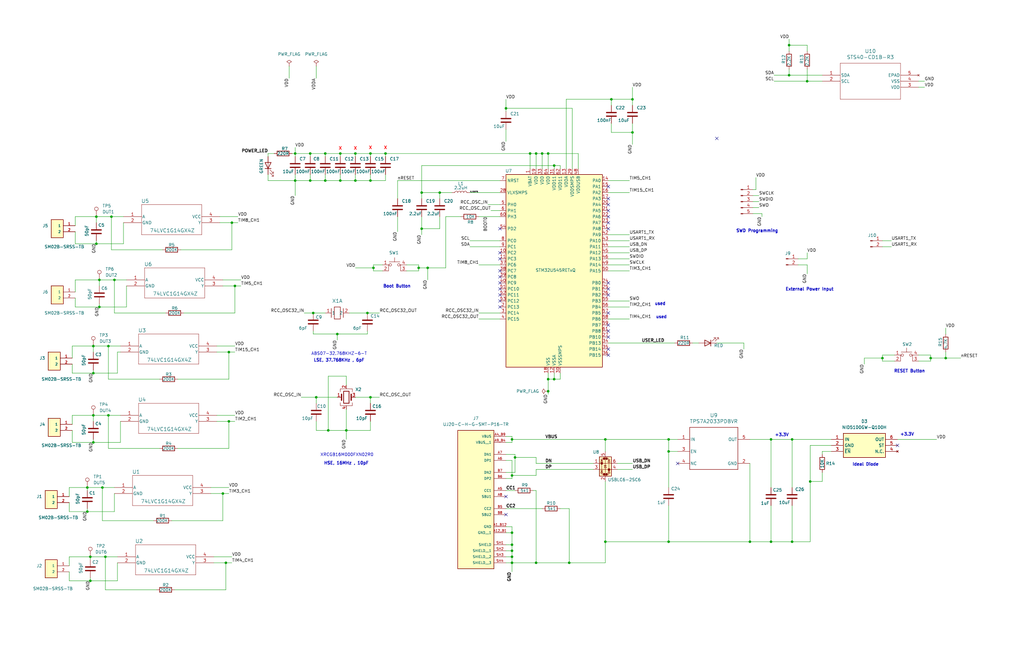
<source format=kicad_sch>
(kicad_sch (version 20231120) (generator "eeschema") (generator_version "8.0")
  (paper "B")
  (title_block (title "Measurement Board") (date "2025-04-12") (rev "V1") (company "Project Work @ Chair of Microsystems, TU Dresden") (comment 1 "This board is primarily used to measure six capacitance values & one Temperature IC") (comment 2 "Data is transfered to BLE board using USART3") (comment 3 "Optional : I2C, SPI, 2 Analog Input") (comment 4 "ADC Pins not Used"))
  (junction (at 96.52 148.59))
  (junction (at 143.51 76.2))
  (junction (at 281.94 190.5))
  (junction (at 281.94 185.42))
  (junction (at 138.43 181.61))
  (junction (at 255.27 185.42))
  (junction (at 124.46 64.77))
  (junction (at 156.21 76.2))
  (junction (at 226.06 237.49))
  (junction (at 332.74 19.05))
  (junction (at 213.36 45.72))
  (junction (at 124.46 76.2))
  (junction (at 156.21 64.77))
  (junction (at 41.91 129.54))
  (junction (at 44.45 234.95))
  (junction (at 215.9 234.95))
  (junction (at 97.79 93.98))
  (junction (at 45.72 175.26))
  (junction (at 96.52 177.8))
  (junction (at 281.94 228.6))
  (junction (at 217.17 193.04))
  (junction (at 162.56 64.77))
  (junction (at 45.72 146.05))
  (junction (at 325.12 185.42))
  (junction (at 215.9 229.87))
  (junction (at 93.98 208.28))
  (junction (at 40.64 91.44))
  (junction (at 177.8 81.28))
  (junction (at 231.14 165.1))
  (junction (at 316.23 228.6))
  (junction (at 398.78 151.13))
  (junction (at 233.68 160.02))
  (junction (at 332.74 31.75))
  (junction (at 223.52 64.77))
  (junction (at 99.06 120.65))
  (junction (at 325.12 228.6))
  (junction (at 132.08 132.08))
  (junction (at 334.01 228.6))
  (junction (at 266.7 41.91))
  (junction (at 39.37 175.26))
  (junction (at 340.36 34.29))
  (junction (at 36.83 205.74))
  (junction (at 38.1 234.95))
  (junction (at 215.9 224.79))
  (junction (at 46.99 91.44))
  (junction (at 215.9 237.49))
  (junction (at 341.63 203.2))
  (junction (at 130.81 76.2))
  (junction (at 48.26 118.11))
  (junction (at 266.7 55.88))
  (junction (at 215.9 200.66))
  (junction (at 180.34 113.03))
  (junction (at 39.37 186.69))
  (junction (at 228.6 64.77))
  (junction (at 215.9 185.42))
  (junction (at 130.81 64.77))
  (junction (at 39.37 146.05))
  (junction (at 240.03 237.49))
  (junction (at 133.35 167.64))
  (junction (at 146.05 181.61))
  (junction (at 41.91 118.11))
  (junction (at 176.53 113.03))
  (junction (at 36.83 215.9))
  (junction (at 257.81 41.91))
  (junction (at 38.1 245.11))
  (junction (at 156.21 167.64))
  (junction (at 372.11 151.13))
  (junction (at 334.01 185.42))
  (junction (at 157.48 113.03))
  (junction (at 95.25 237.49))
  (junction (at 137.16 64.77))
  (junction (at 40.64 102.87))
  (junction (at 185.42 81.28))
  (junction (at 154.94 132.08))
  (junction (at 143.51 64.77))
  (junction (at 39.37 157.48))
  (junction (at 392.43 151.13))
  (junction (at 215.9 232.41))
  (junction (at 233.68 69.85))
  (junction (at 149.86 64.77))
  (junction (at 142.24 140.97))
  (junction (at 137.16 76.2))
  (junction (at 231.14 160.02))
  (junction (at 149.86 76.2))
  (junction (at 255.27 228.6))
  (junction (at 231.14 64.77))
  (junction (at 226.06 64.77))
  (junction (at 177.8 96.52))
  (junction (at 43.18 205.74))
  (no_connect (at 213.36 217.17))
  (no_connect (at 210.82 129.54))
  (no_connect (at 256.54 147.32))
  (no_connect (at 256.54 78.74))
  (no_connect (at 256.54 139.7))
  (no_connect (at 285.75 195.58))
  (no_connect (at 210.82 96.52))
  (no_connect (at 302.26 58.42))
  (no_connect (at 210.82 116.84))
  (no_connect (at 256.54 132.08))
  (no_connect (at 256.54 121.92))
  (no_connect (at 256.54 96.52))
  (no_connect (at 256.54 88.9))
  (no_connect (at 210.82 124.46))
  (no_connect (at 256.54 142.24))
  (no_connect (at 256.54 86.36))
  (no_connect (at 256.54 83.82))
  (no_connect (at 210.82 119.38))
  (no_connect (at 213.36 209.55))
  (no_connect (at 210.82 114.3))
  (no_connect (at 210.82 109.22))
  (no_connect (at 256.54 137.16))
  (no_connect (at 256.54 119.38))
  (no_connect (at 256.54 93.98))
  (no_connect (at 256.54 91.44))
  (no_connect (at 378.46 187.96))
  (no_connect (at 256.54 149.86))
  (no_connect (at 210.82 106.68))
  (no_connect (at 256.54 124.46))
  (no_connect (at 210.82 121.92))
  (no_connect (at 210.82 127))
  (wire (pts (xy 332.74 29.21) (xy 332.74 31.75)))
  (wire (pts (xy 38.1 243.84) (xy 38.1 245.11)))
  (wire (pts (xy 281.94 190.5) (xy 281.94 185.42)))
  (wire (pts (xy 180.34 113.03) (xy 187.96 113.03)))
  (wire (pts (xy 213.36 184.15) (xy 215.9 184.15)))
  (wire (pts (xy 167.64 76.2) (xy 167.64 83.82)))
  (wire (pts (xy 256.54 114.3) (xy 265.43 114.3)))
  (wire (pts (xy 317.5 82.55) (xy 320.04 82.55)))
  (wire (pts (xy 256.54 106.68) (xy 265.43 106.68)))
  (wire (pts (xy 325.12 213.36) (xy 325.12 228.6)))
  (wire (pts (xy 231.14 160.02) (xy 233.68 160.02)))
  (wire (pts (xy 156.21 73.66) (xy 156.21 76.2)))
  (wire (pts (xy 215.9 232.41) (xy 215.9 234.95)))
  (wire (pts (xy 325.12 205.74) (xy 325.12 185.42)))
  (wire (pts (xy 215.9 200.66) (xy 215.9 201.93)))
  (wire (pts (xy 240.03 214.63) (xy 240.03 237.49)))
  (wire (pts (xy 233.68 160.02) (xy 233.68 157.48)))
  (wire (pts (xy 41.91 118.11) (xy 48.26 118.11)))
  (wire (pts (xy 317.5 90.17) (xy 321.31 90.17)))
  (wire (pts (xy 215.9 237.49) (xy 226.06 237.49)))
  (wire (pts (xy 96.52 177.8) (xy 99.06 177.8)))
  (wire (pts (xy 318.77 80.01) (xy 317.5 80.01)))
  (wire (pts (xy 257.81 44.45) (xy 257.81 41.91)))
  (wire (pts (xy 350.52 187.96) (xy 341.63 187.96)))
  (wire (pts (xy 213.36 194.31) (xy 215.9 194.31)))
  (wire (pts (xy 201.93 132.08) (xy 210.82 132.08)))
  (wire (pts (xy 29.21 234.95) (xy 29.21 238.76)))
  (wire (pts (xy 39.37 156.21) (xy 39.37 157.48)))
  (wire (pts (xy 39.37 177.8) (xy 39.37 175.26)))
  (wire (pts (xy 93.98 208.28) (xy 96.52 208.28)))
  (wire (pts (xy 215.9 237.49) (xy 213.36 237.49)))
  (wire (pts (xy 154.94 132.08) (xy 160.02 132.08)))
  (wire (pts (xy 133.35 27.94) (xy 133.35 33.02)))
  (wire (pts (xy 157.48 113.03) (xy 157.48 114.3)))
  (wire (pts (xy 130.81 76.2) (xy 137.16 76.2)))
  (wire (pts (xy 318.77 74.93) (xy 318.77 80.01)))
  (wire (pts (xy 97.79 234.95) (xy 90.17 234.95)))
  (wire (pts (xy 40.64 93.98) (xy 40.64 91.44)))
  (wire (pts (xy 341.63 203.2) (xy 346.71 203.2)))
  (wire (pts (xy 30.48 186.69) (xy 39.37 186.69)))
  (wire (pts (xy 95.25 237.49) (xy 90.17 237.49)))
  (wire (pts (xy 325.12 185.42) (xy 334.01 185.42)))
  (wire (pts (xy 29.21 212.09) (xy 29.21 215.9)))
  (wire (pts (xy 39.37 185.42) (xy 39.37 186.69)))
  (wire (pts (xy 95.25 248.92) (xy 95.25 237.49)))
  (wire (pts (xy 334.01 185.42) (xy 350.52 185.42)))
  (wire (pts (xy 281.94 213.36) (xy 281.94 228.6)))
  (wire (pts (xy 133.35 181.61) (xy 138.43 181.61)))
  (wire (pts (xy 255.27 190.5) (xy 255.27 185.42)))
  (wire (pts (xy 146.05 158.75) (xy 138.43 158.75)))
  (wire (pts (xy 149.86 64.77) (xy 149.86 66.04)))
  (wire (pts (xy 156.21 76.2) (xy 162.56 76.2)))
  (wire (pts (xy 52.07 102.87) (xy 52.07 93.98)))
  (wire (pts (xy 372.11 151.13) (xy 372.11 152.4)))
  (wire (pts (xy 149.86 113.03) (xy 157.48 113.03)))
  (wire (pts (xy 99.06 132.08) (xy 99.06 120.65)))
  (wire (pts (xy 316.23 195.58) (xy 316.23 228.6)))
  (wire (pts (xy 387.35 36.83) (xy 389.89 36.83)))
  (wire (pts (xy 133.35 167.64) (xy 133.35 170.18)))
  (wire (pts (xy 226.06 64.77) (xy 228.6 64.77)))
  (wire (pts (xy 46.99 91.44) (xy 46.99 105.41)))
  (wire (pts (xy 226.06 207.01) (xy 226.06 237.49)))
  (wire (pts (xy 334.01 228.6) (xy 341.63 228.6)))
  (wire (pts (xy 336.55 109.22) (xy 340.36 109.22)))
  (wire (pts (xy 99.06 120.65) (xy 101.6 120.65)))
  (wire (pts (xy 39.37 186.69) (xy 50.8 186.69)))
  (wire (pts (xy 30.48 175.26) (xy 39.37 175.26)))
  (wire (pts (xy 255.27 203.2) (xy 255.27 228.6)))
  (wire (pts (xy 177.8 81.28) (xy 185.42 81.28)))
  (wire (pts (xy 364.49 151.13) (xy 372.11 151.13)))
  (wire (pts (xy 215.9 237.49) (xy 215.9 241.3)))
  (wire (pts (xy 387.35 34.29) (xy 389.89 34.29)))
  (wire (pts (xy 43.18 205.74) (xy 48.26 205.74)))
  (wire (pts (xy 226.06 198.12) (xy 250.19 198.12)))
  (wire (pts (xy 113.03 73.66) (xy 113.03 76.2)))
  (wire (pts (xy 215.9 186.69) (xy 213.36 186.69)))
  (wire (pts (xy 180.34 118.11) (xy 180.34 113.03)))
  (wire (pts (xy 132.08 132.08) (xy 137.16 132.08)))
  (wire (pts (xy 121.92 27.94) (xy 121.92 33.02)))
  (wire (pts (xy 133.35 177.8) (xy 133.35 181.61)))
  (wire (pts (xy 30.48 179.07) (xy 30.48 175.26)))
  (wire (pts (xy 387.35 152.4) (xy 392.43 152.4)))
  (wire (pts (xy 185.42 81.28) (xy 190.5 81.28)))
  (wire (pts (xy 46.99 91.44) (xy 52.07 91.44)))
  (wire (pts (xy 260.35 195.58) (xy 266.7 195.58)))
  (wire (pts (xy 231.14 160.02) (xy 231.14 157.48)))
  (wire (pts (xy 398.78 151.13) (xy 405.13 151.13)))
  (wire (pts (xy 31.75 91.44) (xy 40.64 91.44)))
  (wire (pts (xy 53.34 129.54) (xy 53.34 120.65)))
  (wire (pts (xy 137.16 64.77) (xy 143.51 64.77)))
  (wire (pts (xy 392.43 149.86) (xy 392.43 151.13)))
  (wire (pts (xy 238.76 41.91) (xy 257.81 41.91)))
  (wire (pts (xy 124.46 64.77) (xy 130.81 64.77)))
  (wire (pts (xy 316.23 228.6) (xy 325.12 228.6)))
  (wire (pts (xy 93.98 219.71) (xy 93.98 208.28)))
  (wire (pts (xy 49.53 148.59) (xy 50.8 148.59)))
  (wire (pts (xy 97.79 93.98) (xy 100.33 93.98)))
  (wire (pts (xy 198.12 81.28) (xy 210.82 81.28)))
  (wire (pts (xy 340.36 29.21) (xy 340.36 34.29)))
  (wire (pts (xy 185.42 91.44) (xy 185.42 96.52)))
  (wire (pts (xy 341.63 187.96) (xy 341.63 203.2)))
  (wire (pts (xy 281.94 228.6) (xy 316.23 228.6)))
  (wire (pts (xy 149.86 167.64) (xy 156.21 167.64)))
  (wire (pts (xy 213.36 207.01) (xy 217.17 207.01)))
  (wire (pts (xy 45.72 175.26) (xy 45.72 189.23)))
  (wire (pts (xy 215.9 234.95) (xy 215.9 237.49)))
  (wire (pts (xy 255.27 185.42) (xy 215.9 185.42)))
  (wire (pts (xy 177.8 69.85) (xy 177.8 81.28)))
  (wire (pts (xy 372.11 149.86) (xy 372.11 151.13)))
  (wire (pts (xy 176.53 113.03) (xy 180.34 113.03)))
  (wire (pts (xy 124.46 76.2) (xy 130.81 76.2)))
  (wire (pts (xy 137.16 76.2) (xy 143.51 76.2)))
  (wire (pts (xy 99.06 175.26) (xy 91.44 175.26)))
  (wire (pts (xy 29.21 234.95) (xy 38.1 234.95)))
  (wire (pts (xy 187.96 91.44) (xy 187.96 113.03)))
  (wire (pts (xy 142.24 140.97) (xy 154.94 140.97)))
  (wire (pts (xy 41.91 129.54) (xy 53.34 129.54)))
  (wire (pts (xy 372.11 152.4) (xy 377.19 152.4)))
  (wire (pts (xy 213.36 45.72) (xy 213.36 46.99)))
  (wire (pts (xy 334.01 185.42) (xy 334.01 205.74)))
  (wire (pts (xy 113.03 64.77) (xy 113.03 66.04)))
  (wire (pts (xy 217.17 193.04) (xy 217.17 191.77)))
  (wire (pts (xy 147.32 132.08) (xy 154.94 132.08)))
  (wire (pts (xy 256.54 144.78) (xy 284.48 144.78)))
  (wire (pts (xy 124.46 62.23) (xy 124.46 64.77)))
  (wire (pts (xy 236.22 160.02) (xy 233.68 160.02)))
  (wire (pts (xy 321.31 90.17) (xy 321.31 91.44)))
  (wire (pts (xy 130.81 64.77) (xy 137.16 64.77)))
  (wire (pts (xy 149.86 76.2) (xy 156.21 76.2)))
  (wire (pts (xy 226.06 193.04) (xy 226.06 195.58)))
  (wire (pts (xy 143.51 76.2) (xy 149.86 76.2)))
  (wire (pts (xy 340.36 19.05) (xy 340.36 21.59)))
  (wire (pts (xy 132.08 139.7) (xy 132.08 140.97)))
  (wire (pts (xy 201.93 134.62) (xy 210.82 134.62)))
  (wire (pts (xy 241.3 45.72) (xy 241.3 71.12)))
  (wire (pts (xy 205.74 86.36) (xy 210.82 86.36)))
  (wire (pts (xy 231.14 64.77) (xy 243.84 64.77)))
  (wire (pts (xy 161.29 111.76) (xy 157.48 111.76)))
  (wire (pts (xy 256.54 99.06) (xy 265.43 99.06)))
  (wire (pts (xy 48.26 215.9) (xy 48.26 208.28)))
  (wire (pts (xy 215.9 222.25) (xy 215.9 224.79)))
  (wire (pts (xy 31.75 95.25) (xy 31.75 91.44)))
  (wire (pts (xy 154.94 139.7) (xy 154.94 140.97)))
  (wire (pts (xy 213.36 191.77) (xy 217.17 191.77)))
  (wire (pts (xy 31.75 102.87) (xy 40.64 102.87)))
  (wire (pts (xy 238.76 41.91) (xy 238.76 71.12)))
  (wire (pts (xy 226.06 200.66) (xy 226.06 198.12)))
  (wire (pts (xy 176.53 113.03) (xy 176.53 114.3)))
  (wire (pts (xy 100.33 91.44) (xy 92.71 91.44)))
  (wire (pts (xy 45.72 175.26) (xy 50.8 175.26)))
  (wire (pts (xy 99.06 120.65) (xy 93.98 120.65)))
  (wire (pts (xy 256.54 134.62) (xy 265.43 134.62)))
  (wire (pts (xy 256.54 127) (xy 265.43 127)))
  (wire (pts (xy 255.27 185.42) (xy 281.94 185.42)))
  (wire (pts (xy 231.14 165.1) (xy 231.14 160.02)))
  (wire (pts (xy 378.46 185.42) (xy 394.97 185.42)))
  (wire (pts (xy 38.1 236.22) (xy 38.1 234.95)))
  (wire (pts (xy 177.8 81.28) (xy 177.8 83.82)))
  (wire (pts (xy 226.06 64.77) (xy 226.06 71.12)))
  (wire (pts (xy 217.17 193.04) (xy 226.06 193.04)))
  (wire (pts (xy 256.54 81.28) (xy 265.43 81.28)))
  (wire (pts (xy 340.36 34.29) (xy 346.71 34.29)))
  (wire (pts (xy 45.72 146.05) (xy 50.8 146.05)))
  (wire (pts (xy 99.06 146.05) (xy 91.44 146.05)))
  (wire (pts (xy 256.54 76.2) (xy 265.43 76.2)))
  (wire (pts (xy 95.25 237.49) (xy 97.79 237.49)))
  (wire (pts (xy 31.75 129.54) (xy 41.91 129.54)))
  (wire (pts (xy 215.9 229.87) (xy 215.9 232.41)))
  (wire (pts (xy 74.93 189.23) (xy 96.52 189.23)))
  (wire (pts (xy 346.71 203.2) (xy 346.71 199.39)))
  (wire (pts (xy 146.05 162.56) (xy 146.05 158.75)))
  (wire (pts (xy 215.9 224.79) (xy 213.36 224.79)))
  (wire (pts (xy 156.21 167.64) (xy 160.02 167.64)))
  (wire (pts (xy 77.47 132.08) (xy 99.06 132.08)))
  (wire (pts (xy 41.91 128.27) (xy 41.91 129.54)))
  (wire (pts (xy 217.17 199.39) (xy 217.17 193.04)))
  (wire (pts (xy 233.68 71.12) (xy 233.68 69.85)))
  (wire (pts (xy 257.81 55.88) (xy 266.7 55.88)))
  (wire (pts (xy 326.39 31.75) (xy 332.74 31.75)))
  (wire (pts (xy 96.52 148.59) (xy 91.44 148.59)))
  (wire (pts (xy 266.7 55.88) (xy 266.7 52.07)))
  (wire (pts (xy 30.48 151.13) (xy 30.48 146.05)))
  (wire (pts (xy 332.74 21.59) (xy 332.74 19.05)))
  (wire (pts (xy 29.21 245.11) (xy 38.1 245.11)))
  (wire (pts (xy 198.12 104.14) (xy 210.82 104.14)))
  (wire (pts (xy 236.22 69.85) (xy 236.22 71.12)))
  (wire (pts (xy 146.05 172.72) (xy 146.05 181.61)))
  (wire (pts (xy 96.52 160.02) (xy 96.52 148.59)))
  (wire (pts (xy 36.83 205.74) (xy 36.83 207.01)))
  (wire (pts (xy 40.64 91.44) (xy 46.99 91.44)))
  (wire (pts (xy 138.43 158.75) (xy 138.43 181.61)))
  (wire (pts (xy 149.86 64.77) (xy 156.21 64.77)))
  (wire (pts (xy 142.24 143.51) (xy 142.24 140.97)))
  (wire (pts (xy 96.52 189.23) (xy 96.52 177.8)))
  (wire (pts (xy 336.55 111.76) (xy 340.36 111.76)))
  (wire (pts (xy 243.84 71.12) (xy 243.84 64.77)))
  (wire (pts (xy 350.52 190.5) (xy 346.71 190.5)))
  (wire (pts (xy 228.6 64.77) (xy 228.6 71.12)))
  (wire (pts (xy 256.54 104.14) (xy 265.43 104.14)))
  (wire (pts (xy 215.9 184.15) (xy 215.9 185.42)))
  (wire (pts (xy 29.21 241.3) (xy 29.21 245.11)))
  (wire (pts (xy 340.36 106.68) (xy 340.36 109.22)))
  (wire (pts (xy 171.45 111.76) (xy 176.53 111.76)))
  (wire (pts (xy 156.21 64.77) (xy 156.21 66.04)))
  (wire (pts (xy 157.48 111.76) (xy 157.48 113.03)))
  (wire (pts (xy 372.11 104.14) (xy 375.92 104.14)))
  (wire (pts (xy 256.54 129.54) (xy 265.43 129.54)))
  (wire (pts (xy 326.39 34.29) (xy 340.36 34.29)))
  (wire (pts (xy 130.81 73.66) (xy 130.81 76.2)))
  (wire (pts (xy 49.53 245.11) (xy 49.53 237.49)))
  (wire (pts (xy 133.35 167.64) (xy 142.24 167.64)))
  (wire (pts (xy 224.79 207.01) (xy 226.06 207.01)))
  (wire (pts (xy 260.35 198.12) (xy 266.7 198.12)))
  (wire (pts (xy 313.69 144.78) (xy 313.69 147.32)))
  (wire (pts (xy 156.21 167.64) (xy 156.21 170.18)))
  (wire (pts (xy 236.22 157.48) (xy 236.22 160.02)))
  (wire (pts (xy 332.74 31.75) (xy 346.71 31.75)))
  (wire (pts (xy 45.72 160.02) (xy 67.31 160.02)))
  (wire (pts (xy 93.98 208.28) (xy 88.9 208.28)))
  (wire (pts (xy 213.36 41.91) (xy 213.36 45.72)))
  (wire (pts (xy 213.36 214.63) (xy 228.6 214.63)))
  (wire (pts (xy 372.11 101.6) (xy 375.92 101.6)))
  (wire (pts (xy 266.7 55.88) (xy 266.7 60.96)))
  (wire (pts (xy 167.64 76.2) (xy 210.82 76.2)))
  (wire (pts (xy 201.93 91.44) (xy 210.82 91.44)))
  (wire (pts (xy 392.43 151.13) (xy 398.78 151.13)))
  (wire (pts (xy 156.21 64.77) (xy 162.56 64.77)))
  (wire (pts (xy 213.36 222.25) (xy 215.9 222.25)))
  (wire (pts (xy 256.54 111.76) (xy 265.43 111.76)))
  (wire (pts (xy 30.48 146.05) (xy 39.37 146.05)))
  (wire (pts (xy 43.18 205.74) (xy 43.18 219.71)))
  (wire (pts (xy 45.72 189.23) (xy 67.31 189.23)))
  (wire (pts (xy 387.35 149.86) (xy 392.43 149.86)))
  (wire (pts (xy 128.27 132.08) (xy 132.08 132.08)))
  (wire (pts (xy 96.52 205.74) (xy 88.9 205.74)))
  (wire (pts (xy 157.48 114.3) (xy 161.29 114.3)))
  (wire (pts (xy 346.71 190.5) (xy 346.71 191.77)))
  (wire (pts (xy 167.64 91.44) (xy 167.64 97.79)))
  (wire (pts (xy 162.56 73.66) (xy 162.56 76.2)))
  (wire (pts (xy 364.49 151.13) (xy 364.49 153.67)))
  (wire (pts (xy 257.81 41.91) (xy 266.7 41.91)))
  (wire (pts (xy 226.06 237.49) (xy 240.03 237.49)))
  (wire (pts (xy 41.91 120.65) (xy 41.91 118.11)))
  (wire (pts (xy 137.16 76.2) (xy 137.16 73.66)))
  (wire (pts (xy 281.94 205.74) (xy 281.94 190.5)))
  (wire (pts (xy 213.36 54.61) (xy 213.36 59.69)))
  (wire (pts (xy 44.45 234.95) (xy 44.45 248.92)))
  (wire (pts (xy 74.93 160.02) (xy 96.52 160.02)))
  (wire (pts (xy 317.5 85.09) (xy 320.04 85.09)))
  (wire (pts (xy 31.75 118.11) (xy 31.75 123.19)))
  (wire (pts (xy 30.48 153.67) (xy 30.48 157.48)))
  (wire (pts (xy 124.46 73.66) (xy 124.46 76.2)))
  (wire (pts (xy 40.64 101.6) (xy 40.64 102.87)))
  (wire (pts (xy 132.08 140.97) (xy 142.24 140.97)))
  (wire (pts (xy 198.12 101.6) (xy 210.82 101.6)))
  (wire (pts (xy 31.75 125.73) (xy 31.75 129.54)))
  (wire (pts (xy 30.48 157.48) (xy 39.37 157.48)))
  (wire (pts (xy 187.96 91.44) (xy 194.31 91.44)))
  (wire (pts (xy 294.64 144.78) (xy 292.1 144.78)))
  (wire (pts (xy 340.36 111.76) (xy 340.36 115.57)))
  (wire (pts (xy 50.8 186.69) (xy 50.8 177.8)))
  (wire (pts (xy 185.42 81.28) (xy 185.42 83.82)))
  (wire (pts (xy 228.6 64.77) (xy 231.14 64.77)))
  (wire (pts (xy 138.43 181.61) (xy 146.05 181.61)))
  (wire (pts (xy 143.51 64.77) (xy 149.86 64.77)))
  (wire (pts (xy 36.83 215.9) (xy 48.26 215.9)))
  (wire (pts (xy 124.46 64.77) (xy 124.46 66.04)))
  (wire (pts (xy 215.9 194.31) (xy 215.9 200.66)))
  (wire (pts (xy 127 167.64) (xy 133.35 167.64)))
  (wire (pts (xy 123.19 64.77) (xy 124.46 64.77)))
  (wire (pts (xy 231.14 166.37) (xy 231.14 165.1)))
  (wire (pts (xy 213.36 232.41) (xy 215.9 232.41)))
  (wire (pts (xy 256.54 101.6) (xy 265.43 101.6)))
  (wire (pts (xy 207.01 88.9) (xy 210.82 88.9)))
  (wire (pts (xy 176.53 111.76) (xy 176.53 113.03)))
  (wire (pts (xy 332.74 16.51) (xy 332.74 19.05)))
  (wire (pts (xy 156.21 181.61) (xy 146.05 181.61)))
  (wire (pts (xy 72.39 219.71) (xy 93.98 219.71)))
  (wire (pts (xy 281.94 185.42) (xy 285.75 185.42)))
  (wire (pts (xy 44.45 248.92) (xy 66.04 248.92)))
  (wire (pts (xy 143.51 64.77) (xy 143.51 66.04)))
  (wire (pts (xy 36.83 205.74) (xy 43.18 205.74)))
  (wire (pts (xy 215.9 185.42) (xy 215.9 186.69)))
  (wire (pts (xy 39.37 157.48) (xy 49.53 157.48)))
  (wire (pts (xy 325.12 228.6) (xy 334.01 228.6)))
  (wire (pts (xy 124.46 76.2) (xy 124.46 82.55)))
  (wire (pts (xy 316.23 185.42) (xy 325.12 185.42)))
  (wire (pts (xy 39.37 146.05) (xy 45.72 146.05)))
  (wire (pts (xy 177.8 69.85) (xy 233.68 69.85)))
  (wire (pts (xy 255.27 237.49) (xy 240.03 237.49)))
  (wire (pts (xy 48.26 118.11) (xy 48.26 132.08)))
  (wire (pts (xy 39.37 175.26) (xy 45.72 175.26)))
  (wire (pts (xy 39.37 148.59) (xy 39.37 146.05)))
  (wire (pts (xy 392.43 151.13) (xy 392.43 152.4)))
  (wire (pts (xy 377.19 149.86) (xy 372.11 149.86)))
  (wire (pts (xy 31.75 97.79) (xy 31.75 102.87)))
  (wire (pts (xy 398.78 148.59) (xy 398.78 151.13)))
  (wire (pts (xy 256.54 109.22) (xy 265.43 109.22)))
  (wire (pts (xy 137.16 64.77) (xy 137.16 66.04)))
  (wire (pts (xy 30.48 181.61) (xy 30.48 186.69)))
  (wire (pts (xy 255.27 228.6) (xy 255.27 237.49)))
  (wire (pts (xy 46.99 105.41) (xy 68.58 105.41)))
  (wire (pts (xy 177.8 96.52) (xy 185.42 96.52)))
  (wire (pts (xy 45.72 146.05) (xy 45.72 160.02)))
  (wire (pts (xy 44.45 234.95) (xy 49.53 234.95)))
  (wire (pts (xy 29.21 205.74) (xy 36.83 205.74)))
  (wire (pts (xy 317.5 87.63) (xy 320.04 87.63)))
  (wire (pts (xy 73.66 248.92) (xy 95.25 248.92)))
  (wire (pts (xy 213.36 45.72) (xy 241.3 45.72)))
  (wire (pts (xy 76.2 105.41) (xy 97.79 105.41)))
  (wire (pts (xy 313.69 144.78) (xy 302.26 144.78)))
  (wire (pts (xy 96.52 148.59) (xy 99.06 148.59)))
  (wire (pts (xy 48.26 118.11) (xy 53.34 118.11)))
  (wire (pts (xy 281.94 190.5) (xy 285.75 190.5)))
  (wire (pts (xy 36.83 214.63) (xy 36.83 215.9)))
  (wire (pts (xy 215.9 201.93) (xy 213.36 201.93)))
  (wire (pts (xy 149.86 73.66) (xy 149.86 76.2)))
  (wire (pts (xy 226.06 64.77) (xy 223.52 64.77)))
  (wire (pts (xy 29.21 215.9) (xy 36.83 215.9)))
  (wire (pts (xy 213.36 229.87) (xy 215.9 229.87)))
  (wire (pts (xy 231.14 71.12) (xy 231.14 64.77)))
  (wire (pts (xy 48.26 132.08) (xy 69.85 132.08)))
  (wire (pts (xy 177.8 91.44) (xy 177.8 96.52)))
  (wire (pts (xy 213.36 199.39) (xy 217.17 199.39)))
  (wire (pts (xy 162.56 64.77) (xy 223.52 64.77)))
  (wire (pts (xy 162.56 64.77) (xy 162.56 66.04)))
  (wire (pts (xy 40.64 102.87) (xy 52.07 102.87)))
  (wire (pts (xy 226.06 195.58) (xy 250.19 195.58)))
  (wire (pts (xy 101.6 118.11) (xy 93.98 118.11)))
  (wire (pts (xy 177.8 96.52) (xy 177.8 99.06)))
  (wire (pts (xy 236.22 69.85) (xy 233.68 69.85)))
  (wire (pts (xy 29.21 205.74) (xy 29.21 209.55)))
  (wire (pts (xy 49.53 157.48) (xy 49.53 148.59)))
  (wire (pts (xy 201.93 111.76) (xy 210.82 111.76)))
  (wire (pts (xy 31.75 118.11) (xy 41.91 118.11)))
  (wire (pts (xy 176.53 114.3) (xy 171.45 114.3)))
  (wire (pts (xy 266.7 36.83) (xy 266.7 41.91)))
  (wire (pts (xy 97.79 105.41) (xy 97.79 93.98)))
  (wire (pts (xy 113.03 76.2) (xy 124.46 76.2)))
  (wire (pts (xy 215.9 200.66) (xy 226.06 200.66)))
  (wire (pts (xy 257.81 52.07) (xy 257.81 55.88)))
  (wire (pts (xy 113.03 64.77) (xy 115.57 64.77)))
  (wire (pts (xy 143.51 73.66) (xy 143.51 76.2)))
  (wire (pts (xy 334.01 213.36) (xy 334.01 228.6)))
  (wire (pts (xy 38.1 234.95) (xy 44.45 234.95)))
  (wire (pts (xy 266.7 41.91) (xy 266.7 44.45)))
  (wire (pts (xy 236.22 214.63) (xy 240.03 214.63)))
  (wire (pts (xy 341.63 203.2) (xy 341.63 228.6)))
  (wire (pts (xy 215.9 224.79) (xy 215.9 229.87)))
  (wire (pts (xy 130.81 66.04) (xy 130.81 64.77)))
  (wire (pts (xy 213.36 234.95) (xy 215.9 234.95)))
  (wire (pts (xy 332.74 19.05) (xy 340.36 19.05)))
  (wire (pts (xy 146.05 181.61) (xy 146.05 185.42)))
  (wire (pts (xy 38.1 245.11) (xy 49.53 245.11)))
  (wire (pts (xy 255.27 228.6) (xy 281.94 228.6)))
  (wire (pts (xy 97.79 93.98) (xy 92.71 93.98)))
  (wire (pts (xy 223.52 64.77) (xy 223.52 71.12)))
  (wire (pts (xy 398.78 138.43) (xy 398.78 140.97)))
  (wire (pts (xy 156.21 177.8) (xy 156.21 181.61)))
  (wire (pts (xy 43.18 219.71) (xy 64.77 219.71)))
  (wire (pts (xy 96.52 177.8) (xy 91.44 177.8)))
  (text "X" (at 162.56 62.484 0) (effects (font (size 1.27 1.27) (thickness 0.254) (bold yes))))
  (text "X" (at 156.21 62.484 0) (effects (font (size 1.27 1.27) (thickness 0.254) (bold yes))))
  (text "HSE, 16MHz , 10pF\n\n" (at 146.05 196.596 0) (effects (font (size 1.27 1.27) (thickness 0.254) (bold yes))))
  (text "External Power Input\n" (at 341.376 122.174 0) (effects (font (size 1.27 1.27) (thickness 0.254) (bold yes))))
  (text "used" (at 278.384 128.27 0) (effects (font (size 1.27 1.27) (thickness 0.254) (bold yes))))
  (text "SWD Programming\n" (at 319.278 97.536 0) (effects (font (size 1.27 1.27) (thickness 0.254) (bold yes))))
  (text "+3.3V\n" (at 329.692 183.642 0) (effects (font (size 1.27 1.27) (thickness 0.254) (bold yes))))
  (text "used" (at 278.892 133.858 0) (effects (font (size 1.27 1.27) (thickness 0.254) (bold yes))))
  (text "X" (at 149.86 62.738 0) (effects (font (size 1.27 1.27) (thickness 0.254) (bold yes))))
  (text "Ideal Diode\n" (at 364.998 196.088 0) (effects (font (size 1.27 1.27) (thickness 0.254) (bold yes))))
  (text "+3.3V\n" (at 382.524 183.388 0) (effects (font (size 1.27 1.27) (thickness 0.254) (bold yes))))
  (text "LSE, 37.768KHz , 6pF\n\n" (at 143.002 153.162 0) (effects (font (size 1.27 1.27) (thickness 0.254) (bold yes))))
  (text "X" (at 143.51 62.738 0) (effects (font (size 1.27 1.27) (thickness 0.254) (bold yes))))
  (text "XRCGB16M000FXN02R0" (at 146.304 192.024 0) (effects (font (size 1.27 1.27))))
  (text "Boot Button" (at 167.386 120.904 0) (effects (font (size 1.27 1.27) (thickness 0.254) (bold yes))))
  (text "RESET Button" (at 383.54 156.718 0) (effects (font (size 1.27 1.27) (thickness 0.254) (bold yes))))
  (text "ABS07-32.768KHZ-6-T" (at 143.002 149.352 0) (effects (font (size 1.27 1.27))))
  (label "GND" (at 40.64 102.87 270))
  (label "RCC_OSC_IN" (at 205.74 86.36 180))
  (label "RCC_OSC32_OUT" (at 160.02 132.08 0))
  (label "SWDIO" (at 320.04 85.09 0))
  (label "TIM8_CH1" (at 100.33 93.98 0))
  (label "TIM4_CH1" (at 97.79 237.49 0))
  (label "GND" (at 146.05 185.42 270))
  (label "USER_LED" (at 270.51 144.78 0) (effects (font (thickness 0.254) (bold yes))))
  (label "GND" (at 180.34 118.11 270))
  (label "GND" (at 39.37 157.48 270))
  (label "VDDA" (at 133.35 33.02 270))
  (label "SCL" (at 326.39 34.29 180))
  (label "RCC_OSC_IN" (at 127 167.64 180))
  (label "SWO" (at 320.04 87.63 0))
  (label "TIM3_CH1" (at 96.52 208.28 0))
  (label "TIM2_CH1" (at 99.06 177.8 0))
  (label "SWCLK" (at 265.43 111.76 0))
  (label "TIM8_CH1" (at 201.93 111.76 180))
  (label "GND" (at 36.83 215.9 270))
  (label "GND" (at 142.24 143.51 270))
  (label "GND" (at 39.37 186.69 270))
  (label "VDD" (at 266.7 36.83 0))
  (label "VDD" (at 101.6 118.11 0))
  (label "DN" (at 229.87 195.58 0) (effects (font (thickness 0.254) (bold yes))))
  (label "GND" (at 124.46 82.55 270))
  (label "VDD" (at 100.33 91.44 0))
  (label "TIM5_CH1" (at 265.43 76.2 0))
  (label "CC1" (at 213.36 207.01 0) (effects (font (thickness 0.254) (bold yes))))
  (label "USART1_TX" (at 375.92 101.6 0))
  (label "SCL" (at 198.12 101.6 180))
  (label "GND" (at 177.8 99.06 270))
  (label "TIM5_CH1" (at 101.6 120.65 0))
  (label "RCC_OSC32_OUT" (at 201.93 134.62 180))
  (label "GND" (at 38.1 245.11 270))
  (label "GND" (at 340.36 115.57 270))
  (label "VDD" (at 97.79 234.95 0))
  (label "VDD" (at 398.78 138.43 0))
  (label "TIM2_CH1" (at 265.43 129.54 0))
  (label "USB_DP" (at 265.43 106.68 0))
  (label "USB_DP" (at 266.7 198.12 0) (effects (font (thickness 0.254) (bold yes))))
  (label "GND" (at 313.69 147.32 270))
  (label "VDD" (at 389.89 36.83 0))
  (label "USART1_RX" (at 265.43 101.6 0))
  (label "GND" (at 213.36 59.69 270))
  (label "nRESET" (at 167.64 76.2 0))
  (label "BOOT0" (at 205.74 91.44 270))
  (label "RCC_OSC_OUT" (at 207.01 88.9 180))
  (label "VDD" (at 213.36 41.91 0))
  (label "VDD" (at 96.52 205.74 0))
  (label "GND" (at 364.49 153.67 270))
  (label "GND" (at 41.91 129.54 270))
  (label "SDA" (at 198.12 104.14 180))
  (label "USB_DN" (at 266.7 195.58 0) (effects (font (thickness 0.254) (bold yes))))
  (label "SWO" (at 265.43 127 0))
  (label "RCC_OSC32_IN" (at 201.93 132.08 180))
  (label "GND" (at 167.64 97.79 270))
  (label "VDD" (at 394.97 185.42 0))
  (label "DP" (at 229.87 198.12 0) (effects (font (thickness 0.254) (bold yes))))
  (label "SWDIO" (at 265.43 109.22 0))
  (label "TIM3_CH1" (at 265.43 114.3 0))
  (label "CC2" (at 213.36 214.63 0) (effects (font (thickness 0.254) (bold yes))))
  (label "VDD" (at 340.36 106.68 0))
  (label "RCC_OSC32_IN" (at 128.27 132.08 180))
  (label "VDD" (at 149.86 113.03 180))
  (label "VDD" (at 99.06 175.26 0))
  (label "GND" (at 215.9 241.3 270) (effects (font (thickness 0.254) (bold yes))))
  (label "VDD" (at 121.92 33.02 270))
  (label "USART1_RX" (at 375.92 104.14 0))
  (label "nRESET" (at 405.13 151.13 0))
  (label "TIM15_CH1" (at 99.06 148.59 0))
  (label "GND" (at 321.31 91.44 270))
  (label "RCC_OSC_OUT" (at 160.02 167.64 0))
  (label "TIM4_CH1" (at 265.43 134.62 0))
  (label "VDD" (at 99.06 146.05 0))
  (label "GND" (at 389.89 34.29 0))
  (label "VDD" (at 318.77 74.93 0))
  (label "GND" (at 231.14 166.37 270))
  (label "TIM15_CH1" (at 265.43 81.28 0))
  (label "SWCLK" (at 320.04 82.55 0))
  (label "VLXSMPS" (at 198.12 81.28 0) (effects (font (size 0.508 0.508))))
  (label "POWER_LED" (at 113.03 64.77 180) (effects (font (thickness 0.254) (bold yes))))
  (label "USB_DN" (at 265.43 104.14 0))
  (label "VDD" (at 332.74 16.51 180))
  (label "VDD" (at 124.46 62.23 0))
  (label "GND" (at 266.7 60.96 270))
  (label "VBUS" (at 229.87 185.42 0) (effects (font (thickness 0.254) (bold yes))))
  (label "USART1_TX" (at 265.43 99.06 0))
  (label "SDA" (at 326.39 31.75 180))
  (symbol (lib_id "Device:R") (at 68.58 219.71 90) (unit 1)
    (property "Reference" "R1" (at 68.58 217.678 90))
    (property "Value" "200K" (at 68.326 219.71 90))
    (property "Footprint" "Resistor_SMD:R_0603_1608Metric" (effects (hide yes)))
    (property "Description" "Resistor" (effects (hide yes)))
  )
  (symbol (lib_id "Device:R") (at 288.29 144.78 270) (unit 1)
    (property "Reference" "R11" (at 286.766 142.494 90) (effects (justify left)))
    (property "Value" "220R" (at 285.75 144.78 90) (effects (justify left)))
    (property "Footprint" "Resistor_SMD:R_0603_1608Metric" (effects (hide yes)))
    (property "Description" "Resistor" (effects (hide yes)))
  )
  (symbol (lib_id "Device:R") (at 119.38 64.77 90) (unit 1)
    (property "Reference" "R7" (at 121.412 62.738 90) (effects (justify left)))
    (property "Value" "220R" (at 121.92 64.77 90) (effects (justify left)))
    (property "Footprint" "Resistor_SMD:R_0603_1608Metric" (effects (hide yes)))
    (property "Description" "Resistor" (effects (hide yes)))
  )
  (symbol (lib_id "Device:C") (at 137.16 69.85 0) (unit 1)
    (property "Reference" "C11" (at 138.938 67.056 0) (effects (justify left)))
    (property "Value" "100nF" (at 131.064 72.39 0) (effects (justify left)))
    (property "Footprint" "Capacitor_SMD:C_0603_1608Metric" (effects (hide yes)))
    (property "Description" "Unpolarized capacitor" (effects (hide yes)))
  )
  (symbol (lib_id "Power_Protection:USBLC6-2SC6") (at 255.27 195.58 0) (unit 1)
    (property "Reference" "U8" (at 249.936 190.754 0) (effects (justify left)))
    (property "Value" "USBLC6-2SC6" (at 256.286 202.438 0) (effects (justify left)))
    (property "Footprint" "Package_TO_SOT_SMD:SOT-23-6" (effects (hide yes)))
    (property "Datasheet" "https://www.st.com/resource/en/datasheet/usblc6-2.pdf" (effects (hide yes)))
    (property "Description" "Very low capacitance ESD protection diode, 2 data-line, SOT-23-6" (effects (hide yes)))
  )
  (symbol (lib_id "Connector:Conn_01x02_Pin") (at 367.03 101.6 0) (unit 1)
    (property "Reference" "J10" (at 367.792 99.314 0))
    (property "Value" "Conn_01x02_Pin" (effects (hide yes)))
    (property "Footprint" "Connector_PinHeader_2.54mm:PinHeader_1x02_P2.54mm_Vertical" (effects (hide yes)))
    (property "Description" "Generic connector, single row, 01x02, script generated" (effects (hide yes)))
  )
  (symbol (lib_id "Device:R") (at 346.71 195.58 0) (unit 1)
    (property "Reference" "R14" (at 348.234 195.58 0) (effects (justify left)))
    (property "Value" "10K" (at 346.71 197.612 90) (effects (justify left)))
    (property "Footprint" "Resistor_SMD:R_0603_1608Metric" (effects (hide yes)))
    (property "Description" "Resistor" (effects (hide yes)))
  )
  (symbol (lib_id "Connector:TestPoint") (at 39.37 175.26 0) (unit 1)
    (property "Reference" "TP4" (at 41.91 170.6879 0) (effects (justify left)))
    (property "Value" "DUT4" (at 41.91 173.2279 0) (effects (justify left)))
    (property "Footprint" "TestPoint:TestPoint_Pad_1.0x1.0mm" (effects (hide yes)))
    (property "Description" "test point" (effects (hide yes)))
  )
  (symbol (lib_id "Device:R") (at 71.12 189.23 90) (unit 1)
    (property "Reference" "R4" (at 71.12 187.198 90))
    (property "Value" "200K" (at 71.12 189.23 90))
    (property "Footprint" "Resistor_SMD:R_0603_1608Metric" (effects (hide yes)))
    (property "Description" "Resistor" (effects (hide yes)))
  )
  (symbol (lib_id "power:PWR_FLAG") (at 133.35 27.94 0) (unit 1)
    (property "Reference" "#FLG02" (effects (hide yes)))
    (property "Value" "PWR_FLAG" (at 133.35 22.86 0))
    (property "Description" "Special symbol for telling ERC where power comes from" (effects (hide yes)))
  )
  (symbol (lib_id "Project_Work:74LVC1G14GX4Z") (at 52.07 91.44 0) (unit 1)
    (property "Reference" "U5" (at 61.214 84.836 0) (effects (font (size 1.524 1.524))))
    (property "Value" "74LVC1G14GX4Z" (at 72.644 97.282 0) (effects (font (size 1.524 1.524))))
    (property "Footprint" "Project_Work:X2SON4XP6XP6_NEX" (effects (hide yes)))
    (property "Datasheet" "74LVC1G14GX4Z" (effects (hide yes)))
  )
  (symbol (lib_id "Device:C") (at 124.46 69.85 0) (unit 1)
    (property "Reference" "C7" (at 126.238 67.056 0) (effects (justify left)))
    (property "Value" "10uF" (at 119.126 72.39 0) (effects (justify left)))
    (property "Footprint" "Capacitor_SMD:C_0603_1608Metric" (effects (hide yes)))
    (property "Description" "Unpolarized capacitor" (effects (hide yes)))
  )
  (symbol (lib_id "Device:R") (at 220.98 207.01 90) (unit 1)
    (property "Reference" "R9" (at 221.234 204.724 90))
    (property "Value" "5k1" (at 221.234 207.01 90))
    (property "Footprint" "Resistor_SMD:R_0603_1608Metric" (effects (hide yes)))
    (property "Description" "Resistor" (effects (hide yes)))
  )
  (symbol (lib_id "Device:C") (at 41.91 124.46 0) (unit 1)
    (property "Reference" "C6" (at 42.672 121.666 0) (effects (justify left)))
    (property "Value" "50pF" (at 37.846 126.492 90) (effects (justify left)))
    (property "Footprint" "Capacitor_SMD:C_0603_1608Metric" (effects (hide yes)))
    (property "Description" "Unpolarized capacitor" (effects (hide yes)))
  )
  (symbol (lib_id "Device:R") (at 73.66 132.08 90) (unit 1)
    (property "Reference" "R6" (at 73.66 130.048 90))
    (property "Value" "200K" (at 73.66 132.08 90))
    (property "Footprint" "Resistor_SMD:R_0603_1608Metric" (effects (hide yes)))
    (property "Description" "Resistor" (effects (hide yes)))
  )
  (symbol (lib_id "Device:C") (at 156.21 69.85 0) (unit 1)
    (property "Reference" "C15" (at 157.988 67.056 0) (effects (justify left)))
    (property "Value" "100nF" (at 150.114 72.39 0) (effects (justify left)))
    (property "Footprint" "Capacitor_SMD:C_0603_1608Metric" (effects (hide yes)))
    (property "Description" "Unpolarized capacitor" (effects (hide yes)))
  )
  (symbol (lib_id "Device:R") (at 198.12 91.44 90) (unit 1)
    (property "Reference" "R8" (at 198.374 93.726 90))
    (property "Value" "10K" (at 198.374 91.44 90))
    (property "Footprint" "Resistor_SMD:R_0603_1608Metric" (effects (hide yes)))
    (property "Description" "Resistor" (effects (hide yes)))
  )
  (symbol (lib_id "Connector:TestPoint") (at 41.91 118.11 0) (unit 1)
    (property "Reference" "TP6" (at 44.45 113.5379 0) (effects (justify left)))
    (property "Value" "DUT2" (at 44.45 116.0779 0) (effects (justify left)))
    (property "Footprint" "TestPoint:TestPoint_Pad_1.0x1.0mm" (effects (hide yes)))
    (property "Description" "test point" (effects (hide yes)))
  )
  (symbol (lib_id "Connector:TestPoint") (at 38.1 234.95 0) (unit 1)
    (property "Reference" "TP2" (at 40.64 230.3779 0) (effects (justify left)))
    (property "Value" "DUT6" (at 40.132 232.918 0) (effects (justify left)))
    (property "Footprint" "TestPoint:TestPoint_Pad_1.0x1.0mm" (effects (hide yes)))
    (property "Description" "test point" (effects (hide yes)))
  )
  (symbol (lib_id "Connector:TestPoint") (at 39.37 146.05 0) (unit 1)
    (property "Reference" "TP3" (at 41.91 141.4779 0) (effects (justify left)))
    (property "Value" "DUT3" (at 41.91 144.0179 0) (effects (justify left)))
    (property "Footprint" "TestPoint:TestPoint_Pad_1.0x1.0mm" (effects (hide yes)))
    (property "Description" "test point" (effects (hide yes)))
  )
  (symbol (lib_id "Connector:Conn_01x02_Pin") (at 331.47 109.22 0) (unit 1)
    (property "Reference" "J9" (at 332.232 106.934 0))
    (property "Value" "Conn_01x02_Pin" (effects (hide yes)))
    (property "Footprint" "Connector_PinHeader_2.54mm:PinHeader_1x02_P2.54mm_Vertical" (effects (hide yes)))
    (property "Description" "Generic connector, single row, 01x02, script generated" (effects (hide yes)))
  )
  (symbol (lib_id "Switch:SW_MEC_5E") (at 166.37 114.3 0) (unit 1)
    (property "Reference" "SW1" (at 166.116 106.68 0))
    (property "Value" "SW_MEC_5E" (effects (hide yes)))
    (property "Footprint" "Project_Work:SW4_PTS815 SJM 250 SMTR LFS_CNK" (effects (hide yes)))
    (property "Datasheet" "http://www.apem.com/int/index.php?controller=attachment&id_attachment=1371" (effects (hide yes)))
    (property "Description" "MEC 5E single pole normally-open tactile switch" (effects (hide yes)))
  )
  (symbol (lib_id "Device:R") (at 69.85 248.92 90) (unit 1)
    (property "Reference" "R2" (at 69.85 246.888 90))
    (property "Value" "200K" (at 69.85 248.92 90))
    (property "Footprint" "Resistor_SMD:R_0603_1608Metric" (effects (hide yes)))
    (property "Description" "Resistor" (effects (hide yes)))
  )
  (symbol (lib_id "Device:C") (at 154.94 135.89 0) (unit 1)
    (property "Reference" "C14" (at 156.21 133.35 0) (effects (justify left)))
    (property "Value" "6pF" (at 148.844 138.43 0) (effects (justify left)))
    (property "Footprint" "Capacitor_SMD:C_0603_1608Metric" (effects (hide yes)))
    (property "Description" "Unpolarized capacitor" (effects (hide yes)))
  )
  (symbol (lib_id "Device:L") (at 194.31 81.28 90) (unit 1)
    (property "Reference" "L1" (at 194.31 77.47 90))
    (property "Value" "2.2uH" (at 194.31 79.248 90))
    (property "Footprint" "Inductor_SMD:L_0603_1608Metric" (effects (hide yes)))
    (property "Description" "Inductor" (effects (hide yes)))
  )
  (symbol (lib_id "Project_Work:NID5100GW-Q100H") (at 350.52 185.42 0) (unit 1)
    (property "Reference" "D3" (at 364.49 177.8 0))
    (property "Value" "NID5100GW-Q100H" (at 364.49 180.34 0))
    (property "Footprint" "Project_Work:SOT65P210X110-6N" (effects (hide yes)))
    (property "Datasheet" "https://assets.nexperia.com/documents/data-sheet/NID5100_Q100.pdf" (effects (hide yes)))
    (property "Description" "1.2 V to 5.5 V, 1.5 A input polarity protected, low quiescent current ideal			diode" (effects (hide yes)))
    (property "Height" "1.1" (effects (hide yes)))
    (property "Manufacturer_Name" "Nexperia" (effects (hide yes)))
    (property "Manufacturer_Part_Number" "NID5100GW-Q100H" (effects (hide yes)))
    (property "Mouser Part Number" "771-NID5100GW-Q100H" (effects (hide yes)))
    (property "Mouser Price/Stock" "https://www.mouser.co.uk/ProductDetail/Nexperia/NID5100GW-Q100H?qs=IKkN%2F947nfCjMoJypPGNHg%3D%3D" (effects (hide yes)))
  )
  (symbol (lib_id "Device:C") (at 162.56 69.85 0) (unit 1)
    (property "Reference" "C17" (at 164.338 67.056 0) (effects (justify left)))
    (property "Value" "100nF" (at 156.464 72.39 0) (effects (justify left)))
    (property "Footprint" "Capacitor_SMD:C_0603_1608Metric" (effects (hide yes)))
    (property "Description" "Unpolarized capacitor" (effects (hide yes)))
  )
  (symbol (lib_id "Device:R") (at 332.74 25.4 0) (unit 1)
    (property "Reference" "R12" (at 330.454 26.924 90) (effects (justify left)))
    (property "Value" "2.2K" (at 332.74 27.94 90) (effects (justify left)))
    (property "Footprint" "Resistor_SMD:R_0603_1608Metric" (effects (hide yes)))
    (property "Description" "Resistor" (effects (hide yes)))
  )
  (symbol (lib_id "Connector:TestPoint") (at 36.83 205.74 0) (unit 1)
    (property "Reference" "TP1" (at 39.37 201.1679 0) (effects (justify left)))
    (property "Value" "DUT5" (at 39.37 203.7079 0) (effects (justify left)))
    (property "Footprint" "TestPoint:TestPoint_Pad_1.0x1.0mm" (effects (hide yes)))
    (property "Description" "test point" (effects (hide yes)))
  )
  (symbol (lib_id "Device:C") (at 177.8 87.63 0) (unit 1)
    (property "Reference" "C19" (at 179.578 84.836 0) (effects (justify left)))
    (property "Value" "2.2uF" (at 172.466 90.17 0) (effects (justify left)))
    (property "Footprint" "Capacitor_SMD:C_0603_1608Metric" (effects (hide yes)))
    (property "Description" "Unpolarized capacitor" (effects (hide yes)))
  )
  (symbol (lib_id "Project_Work:SM02B-SRSS-TB_LF__SN_") (at 30.48 184.15 0) (mirror y) (unit 1)
    (property "Reference" "J4" (at 19.05 179.0699 0) (effects (justify left)))
    (property "Value" "SM02B-SRSS-TB" (at 34.29 187.96 0) (effects (justify left)))
    (property "Footprint" "Project_Work:SM02B-SRSS-TB" (effects (hide yes)))
    (property "Description" "SH Series 2 Position 1 mm Pitch Surface Mount Side Entry Shrouded Header" (effects (hide yes)))
    (property "MF" "JST Sales" (effects (hide yes)))
    (property "PACKAGE" "None" (effects (hide yes)))
    (property "PRICE" "0.23 USD" (effects (hide yes)))
    (property "Package" "None" (effects (hide yes)))
    (property "Check_prices" "https://www.snapeda.com/parts/SM02B-SRSS-TB(LF)(SN)/JST/view-part/?ref=eda" (effects (hide yes)))
    (property "Price" "None" (effects (hide yes)))
    (property "SnapEDA_Link" "https://www.snapeda.com/parts/SM02B-SRSS-TB(LF)(SN)/JST/view-part/?ref=snap" (effects (hide yes)))
    (property "MP" "SM02B-SRSS-TB(LF)(SN)" (effects (hide yes)))
    (property "Availability" "In Stock" (effects (hide yes)))
    (property "AVAILABILITY" "Good" (effects (hide yes)))
    (property "Description_1" "\n                        \n                            Connector Header Surface Mount, Right Angle 2 position 0.039 (1.00mm)\n                        \n" (effects (hide yes)))
  )
  (symbol (lib_id "Project_Work:SM02B-SRSS-TB_LF__SN_") (at 31.75 128.27 0) (mirror y) (unit 1)
    (property "Reference" "J6" (at 20.32 123.1899 0) (effects (justify left)))
    (property "Value" "SM02B-SRSS-TB" (at 35.56 132.08 0) (effects (justify left)))
    (property "Footprint" "Project_Work:SM02B-SRSS-TB" (effects (hide yes)))
    (property "Description" "SH Series 2 Position 1 mm Pitch Surface Mount Side Entry Shrouded Header" (effects (hide yes)))
    (property "MF" "JST Sales" (effects (hide yes)))
    (property "PACKAGE" "None" (effects (hide yes)))
    (property "PRICE" "0.23 USD" (effects (hide yes)))
    (property "Package" "None" (effects (hide yes)))
    (property "Check_prices" "https://www.snapeda.com/parts/SM02B-SRSS-TB(LF)(SN)/JST/view-part/?ref=eda" (effects (hide yes)))
    (property "Price" "None" (effects (hide yes)))
    (property "SnapEDA_Link" "https://www.snapeda.com/parts/SM02B-SRSS-TB(LF)(SN)/JST/view-part/?ref=snap" (effects (hide yes)))
    (property "MP" "SM02B-SRSS-TB(LF)(SN)" (effects (hide yes)))
    (property "Availability" "In Stock" (effects (hide yes)))
    (property "AVAILABILITY" "Good" (effects (hide yes)))
    (property "Description_1" "\n                        \n                            Connector Header Surface Mount, Right Angle 2 position 0.039 (1.00mm)\n                        \n" (effects (hide yes)))
  )
  (symbol (lib_id "Project_Work:74LVC1G14GX4Z") (at 53.34 118.11 0) (unit 1)
    (property "Reference" "U6" (at 62.484 111.506 0) (effects (font (size 1.524 1.524))))
    (property "Value" "74LVC1G14GX4Z" (at 73.914 123.952 0) (effects (font (size 1.524 1.524))))
    (property "Footprint" "Project_Work:X2SON4XP6XP6_NEX" (effects (hide yes)))
    (property "Datasheet" "74LVC1G14GX4Z" (effects (hide yes)))
  )
  (symbol (lib_id "Device:Crystal_GND24") (at 146.05 167.64 0) (unit 1)
    (property "Reference" "X2" (at 151.13 164.338 0))
    (property "Value" "Crystal_GND24" (effects (hide yes)))
    (property "Footprint" "Project_Work:ECS-25MHz_XTAL" (effects (hide yes)))
    (property "Description" "Four pin crystal, GND on pins 2 and 4" (effects (hide yes)))
  )
  (symbol (lib_id "Device:C") (at 257.81 48.26 0) (unit 1)
    (property "Reference" "C22" (at 259.588 45.466 0) (effects (justify left)))
    (property "Value" "100nF" (at 251.714 50.8 0) (effects (justify left)))
    (property "Footprint" "Capacitor_SMD:C_0603_1608Metric" (effects (hide yes)))
    (property "Description" "Unpolarized capacitor" (effects (hide yes)))
  )
  (symbol (lib_id "Switch:SW_MEC_5E") (at 382.27 152.4 0) (unit 1)
    (property "Reference" "SW2" (at 382.524 145.288 0))
    (property "Value" "SW_MEC_5E" (effects (hide yes)))
    (property "Footprint" "Project_Work:SW4_PTS815 SJM 250 SMTR LFS_CNK" (effects (hide yes)))
    (property "Datasheet" "http://www.apem.com/int/index.php?controller=attachment&id_attachment=1371" (effects (hide yes)))
    (property "Description" "MEC 5E single pole normally-open tactile switch" (effects (hide yes)))
  )
  (symbol (lib_id "Device:C") (at 133.35 173.99 0) (unit 1)
    (property "Reference" "C10" (at 133.604 171.45 0) (effects (justify left)))
    (property "Value" "10pF" (at 127.254 176.53 0) (effects (justify left)))
    (property "Footprint" "Capacitor_SMD:C_0603_1608Metric" (effects (hide yes)))
    (property "Description" "Unpolarized capacitor" (effects (hide yes)))
  )
  (symbol (lib_id "Device:C") (at 38.1 240.03 0) (unit 1)
    (property "Reference" "C2" (at 38.862 237.236 0) (effects (justify left)))
    (property "Value" "50pF" (at 34.036 242.062 90) (effects (justify left)))
    (property "Footprint" "Capacitor_SMD:C_0603_1608Metric" (effects (hide yes)))
    (property "Description" "Unpolarized capacitor" (effects (hide yes)))
  )
  (symbol (lib_id "Project_Work:SM02B-SRSS-TB_LF__SN_") (at 30.48 156.21 0) (mirror y) (unit 1)
    (property "Reference" "J3" (at 19.05 151.1299 0) (effects (justify left)))
    (property "Value" "SM02B-SRSS-TB" (at 34.29 160.02 0) (effects (justify left)))
    (property "Footprint" "Project_Work:SM02B-SRSS-TB" (effects (hide yes)))
    (property "Description" "SH Series 2 Position 1 mm Pitch Surface Mount Side Entry Shrouded Header" (effects (hide yes)))
    (property "MF" "JST Sales" (effects (hide yes)))
    (property "PACKAGE" "None" (effects (hide yes)))
    (property "PRICE" "0.23 USD" (effects (hide yes)))
    (property "Package" "None" (effects (hide yes)))
    (property "Check_prices" "https://www.snapeda.com/parts/SM02B-SRSS-TB(LF)(SN)/JST/view-part/?ref=eda" (effects (hide yes)))
    (property "Price" "None" (effects (hide yes)))
    (property "SnapEDA_Link" "https://www.snapeda.com/parts/SM02B-SRSS-TB(LF)(SN)/JST/view-part/?ref=snap" (effects (hide yes)))
    (property "MP" "SM02B-SRSS-TB(LF)(SN)" (effects (hide yes)))
    (property "Availability" "In Stock" (effects (hide yes)))
    (property "AVAILABILITY" "Good" (effects (hide yes)))
    (property "Description_1" "\n                        \n                            Connector Header Surface Mount, Right Angle 2 position 0.039 (1.00mm)\n                        \n" (effects (hide yes)))
  )
  (symbol (lib_id "power:PWR_FLAG") (at 121.92 27.94 0) (unit 1)
    (property "Reference" "#FLG01" (effects (hide yes)))
    (property "Value" "PWR_FLAG" (at 121.92 22.86 0))
    (property "Description" "Special symbol for telling ERC where power comes from" (effects (hide yes)))
  )
  (symbol (lib_id "power:PWR_FLAG") (at 231.14 165.1 90) (unit 1)
    (property "Reference" "#FLG03" (effects (hide yes)))
    (property "Value" "PWR_FLAG" (at 227.33 165.0999 90) (effects (justify left)))
    (property "Description" "Special symbol for telling ERC where power comes from" (effects (hide yes)))
  )
  (symbol (lib_id "Project_Work:UJ20-C-H-G-SMT-P16-TR") (at 200.66 204.47 0) (unit 1)
    (property "Reference" "J7" (at 200.66 176.53 0))
    (property "Value" "UJ20-C-H-G-SMT-P16-TR" (at 200.66 179.07 0))
    (property "Footprint" "Project_Work:SAMESKY_UJ20-C-H-G-SMT-P16-TR-USBC-FEMALE" (effects (hide yes)))
    (property "PARTREV" "1.0" (effects (hide yes)))
    (property "STANDARD" "Manufacturer Recommendations" (effects (hide yes)))
    (property "MAXIMUM_PACKAGE_HEIGHT" "3.36mm" (effects (hide yes)))
    (property "MANUFACTURER" "Same Sky" (effects (hide yes)))
  )
  (symbol (lib_id "Device:C") (at 40.64 97.79 0) (unit 1)
    (property "Reference" "C5" (at 41.402 94.996 0) (effects (justify left)))
    (property "Value" "50pF" (at 36.576 99.822 90) (effects (justify left)))
    (property "Footprint" "Capacitor_SMD:C_0603_1608Metric" (effects (hide yes)))
    (property "Description" "Unpolarized capacitor" (effects (hide yes)))
  )
  (symbol (lib_id "MCU_ST_STM32U5:STM32U545RETxQ") (at 233.68 114.3 0) (unit 1)
    (property "Reference" "U7" (at 213.106 72.136 0) (effects (justify left)))
    (property "Value" "STM32U545RETxQ" (at 225.806 114.046 0) (effects (justify left)))
    (property "Footprint" "Package_QFP:LQFP-64_10x10mm_P0.5mm" (effects (hide yes)))
    (property "Datasheet" "https://www.st.com/resource/en/datasheet/stm32u545re.pdf" (effects (hide yes)))
    (property "Description" "STMicroelectronics Arm Cortex-M33 MCU, 512KB flash, 274KB RAM, 47 GPIO, LQFP64" (effects (hide yes)))
  )
  (symbol (lib_id "Connector:TestPoint") (at 40.64 91.44 0) (unit 1)
    (property "Reference" "TP5" (at 43.18 86.8679 0) (effects (justify left)))
    (property "Value" "DUT1" (at 43.18 89.4079 0) (effects (justify left)))
    (property "Footprint" "TestPoint:TestPoint_Pad_1.0x1.0mm" (effects (hide yes)))
    (property "Description" "test point" (effects (hide yes)))
  )
  (symbol (lib_id "Device:R") (at 232.41 214.63 90) (unit 1)
    (property "Reference" "R10" (at 232.41 212.344 90))
    (property "Value" "5k1" (at 232.664 214.63 90))
    (property "Footprint" "Resistor_SMD:R_0603_1608Metric" (effects (hide yes)))
    (property "Description" "Resistor" (effects (hide yes)))
  )
  (symbol (lib_id "Device:C") (at 334.01 209.55 0) (unit 1)
    (property "Reference" "C26" (at 335.28 206.502 0) (effects (justify left)))
    (property "Value" "10uF" (at 328.422 212.09 0) (effects (justify left)))
    (property "Footprint" "Capacitor_SMD:C_0603_1608Metric" (effects (hide yes)))
    (property "Description" "Unpolarized capacitor" (effects (hide yes)))
  )
  (symbol (lib_id "Project_Work:SM02B-SRSS-TB_LF__SN_") (at 29.21 214.63 0) (mirror y) (unit 1)
    (property "Reference" "J1" (at 17.78 209.5499 0) (effects (justify left)))
    (property "Value" "SM02B-SRSS-TB" (at 33.02 218.44 0) (effects (justify left)))
    (property "Footprint" "Project_Work:SM02B-SRSS-TB" (effects (hide yes)))
    (property "Description" "SH Series 2 Position 1 mm Pitch Surface Mount Side Entry Shrouded Header" (effects (hide yes)))
    (property "MF" "JST Sales" (effects (hide yes)))
    (property "PACKAGE" "None" (effects (hide yes)))
    (property "PRICE" "0.23 USD" (effects (hide yes)))
    (property "Package" "None" (effects (hide yes)))
    (property "Check_prices" "https://www.snapeda.com/parts/SM02B-SRSS-TB(LF)(SN)/JST/view-part/?ref=eda" (effects (hide yes)))
    (property "Price" "None" (effects (hide yes)))
    (property "SnapEDA_Link" "https://www.snapeda.com/parts/SM02B-SRSS-TB(LF)(SN)/JST/view-part/?ref=snap" (effects (hide yes)))
    (property "MP" "SM02B-SRSS-TB(LF)(SN)" (effects (hide yes)))
    (property "Availability" "In Stock" (effects (hide yes)))
    (property "AVAILABILITY" "Good" (effects (hide yes)))
    (property "Description_1" "\n                        \n                            Connector Header Surface Mount, Right Angle 2 position 0.039 (1.00mm)\n                        \n" (effects (hide yes)))
  )
  (symbol (lib_id "Project_Work:74LVC1G14GX4Z") (at 49.53 234.95 0) (unit 1)
    (property "Reference" "U2" (at 58.674 228.346 0) (effects (font (size 1.524 1.524))))
    (property "Value" "74LVC1G14GX4Z" (at 70.104 240.792 0) (effects (font (size 1.524 1.524))))
    (property "Footprint" "Project_Work:X2SON4XP6XP6_NEX" (effects (hide yes)))
    (property "Datasheet" "74LVC1G14GX4Z" (effects (hide yes)))
  )
  (symbol (lib_id "Device:C") (at 156.21 173.99 0) (unit 1)
    (property "Reference" "C16" (at 156.972 171.45 0) (effects (justify left)))
    (property "Value" "10pF" (at 150.114 176.53 0) (effects (justify left)))
    (property "Footprint" "Capacitor_SMD:C_0603_1608Metric" (effects (hide yes)))
    (property "Description" "Unpolarized capacitor" (effects (hide yes)))
  )
  (symbol (lib_id "Device:C") (at 39.37 152.4 0) (unit 1)
    (property "Reference" "C3" (at 40.132 149.606 0) (effects (justify left)))
    (property "Value" "50pF" (at 35.306 154.432 90) (effects (justify left)))
    (property "Footprint" "Capacitor_SMD:C_0603_1608Metric" (effects (hide yes)))
    (property "Description" "Unpolarized capacitor" (effects (hide yes)))
  )
  (symbol (lib_id "Device:LED") (at 298.45 144.78 180) (unit 1)
    (property "Reference" "D2" (effects (hide yes)))
    (property "Value" "RED" (at 303.022 145.796 0))
    (property "Footprint" "LED_SMD:LED_0603_1608Metric" (effects (hide yes)))
    (property "Description" "Light emitting diode" (effects (hide yes)))
  )
  (symbol (lib_id "Device:C") (at 185.42 87.63 0) (unit 1)
    (property "Reference" "C20" (at 187.198 84.836 0) (effects (justify left)))
    (property "Value" "2.2uF" (at 180.086 90.17 0) (effects (justify left)))
    (property "Footprint" "Capacitor_SMD:C_0603_1608Metric" (effects (hide yes)))
    (property "Description" "Unpolarized capacitor" (effects (hide yes)))
  )
  (symbol (lib_id "Device:C") (at 132.08 135.89 0) (unit 1)
    (property "Reference" "C9" (at 133.096 133.858 0) (effects (justify left)))
    (property "Value" "6pF" (at 125.984 138.43 0) (effects (justify left)))
    (property "Footprint" "Capacitor_SMD:C_0603_1608Metric" (effects (hide yes)))
    (property "Description" "Unpolarized capacitor" (effects (hide yes)))
  )
  (symbol (lib_id "Project_Work:TPS7A2033PDBVR") (at 285.75 185.42 0) (unit 1)
    (property "Reference" "U9" (at 300.99 175.26 0) (effects (font (size 1.524 1.524))))
    (property "Value" "TPS7A2033PDBVR" (at 300.99 177.8 0) (effects (font (size 1.524 1.524))))
    (property "Footprint" "Project_Work:TPS7A2033PDBVR" (effects (hide yes)))
    (property "Datasheet" "TPS7A2033PDBVR" (effects (hide yes)))
  )
  (symbol (lib_id "Project_Work:SM02B-SRSS-TB_LF__SN_") (at 29.21 243.84 0) (mirror y) (unit 1)
    (property "Reference" "J2" (at 17.78 238.7599 0) (effects (justify left)))
    (property "Value" "SM02B-SRSS-TB" (at 30.734 248.412 0) (effects (justify left)))
    (property "Footprint" "Project_Work:SM02B-SRSS-TB" (effects (hide yes)))
    (property "Description" "SH Series 2 Position 1 mm Pitch Surface Mount Side Entry Shrouded Header" (effects (hide yes)))
    (property "MF" "JST Sales" (effects (hide yes)))
    (property "PACKAGE" "None" (effects (hide yes)))
    (property "PRICE" "0.23 USD" (effects (hide yes)))
    (property "Package" "None" (effects (hide yes)))
    (property "Check_prices" "https://www.snapeda.com/parts/SM02B-SRSS-TB(LF)(SN)/JST/view-part/?ref=eda" (effects (hide yes)))
    (property "Price" "None" (effects (hide yes)))
    (property "SnapEDA_Link" "https://www.snapeda.com/parts/SM02B-SRSS-TB(LF)(SN)/JST/view-part/?ref=snap" (effects (hide yes)))
    (property "MP" "SM02B-SRSS-TB(LF)(SN)" (effects (hide yes)))
    (property "Availability" "In Stock" (effects (hide yes)))
    (property "AVAILABILITY" "Good" (effects (hide yes)))
    (property "Description_1" "\n                        \n                            Connector Header Surface Mount, Right Angle 2 position 0.039 (1.00mm)\n                        \n" (effects (hide yes)))
  )
  (symbol (lib_id "Device:C") (at 213.36 50.8 0) (unit 1)
    (property "Reference" "C21" (at 215.138 48.006 0) (effects (justify left)))
    (property "Value" "10uF" (at 208.026 53.34 0) (effects (justify left)))
    (property "Footprint" "Capacitor_SMD:C_0603_1608Metric" (effects (hide yes)))
    (property "Description" "Unpolarized capacitor" (effects (hide yes)))
  )
  (symbol (lib_id "Project_Work:74LVC1G14GX4Z") (at 50.8 175.26 0) (unit 1)
    (property "Reference" "U4" (at 59.944 168.656 0) (effects (font (size 1.524 1.524))))
    (property "Value" "74LVC1G14GX4Z" (at 71.374 181.102 0) (effects (font (size 1.524 1.524))))
    (property "Footprint" "Project_Work:X2SON4XP6XP6_NEX" (effects (hide yes)))
    (property "Datasheet" "74LVC1G14GX4Z" (effects (hide yes)))
  )
  (symbol (lib_id "Project_Work:74LVC1G14GX4Z") (at 48.26 205.74 0) (unit 1)
    (property "Reference" "U1" (at 57.404 199.136 0) (effects (font (size 1.524 1.524))))
    (property "Value" "74LVC1G14GX4Z" (at 68.834 211.582 0) (effects (font (size 1.524 1.524))))
    (property "Footprint" "Project_Work:X2SON4XP6XP6_NEX" (effects (hide yes)))
    (property "Datasheet" "74LVC1G14GX4Z" (effects (hide yes)))
  )
  (symbol (lib_id "Project_Work:ABS07-32.768KHZ-6-T") (at 137.16 132.08 0) (unit 1)
    (property "Reference" "X1" (at 142.24 127 0) (effects (font (size 1.524 1.524))))
    (property "Value" "ABS07-32.768KHZ-6-T" (effects (hide yes)))
    (property "Footprint" "Project_Work:XTAL_ABS07_ABR" (effects (hide yes)))
    (property "Datasheet" "ABS07-32.768KHZ-6-T" (effects (hide yes)))
  )
  (symbol (lib_id "Connector:Conn_01x05_Pin") (at 312.42 85.09 0) (unit 1)
    (property "Reference" "J8" (effects (hide yes)))
    (property "Value" "Conn_01x05_Pin" (effects (hide yes)))
    (property "Footprint" "Connector_PinHeader_2.54mm:PinHeader_1x05_P2.54mm_Vertical" (effects (hide yes)))
    (property "Description" "Generic connector, single row, 01x05, script generated" (effects (hide yes)))
  )
  (symbol (lib_id "Project_Work:74LVC1G14GX4Z") (at 50.8 146.05 0) (unit 1)
    (property "Reference" "U3" (at 59.944 139.446 0) (effects (font (size 1.524 1.524))))
    (property "Value" "74LVC1G14GX4Z" (at 71.374 151.892 0) (effects (font (size 1.524 1.524))))
    (property "Footprint" "Project_Work:X2SON4XP6XP6_NEX" (effects (hide yes)))
    (property "Datasheet" "74LVC1G14GX4Z" (effects (hide yes)))
  )
  (symbol (lib_id "Device:C") (at 167.64 87.63 0) (unit 1)
    (property "Reference" "C18" (at 169.418 84.836 0) (effects (justify left)))
    (property "Value" "100nF" (at 161.544 90.17 0) (effects (justify left)))
    (property "Footprint" "Capacitor_SMD:C_0603_1608Metric" (effects (hide yes)))
    (property "Description" "Unpolarized capacitor" (effects (hide yes)))
  )
  (symbol (lib_id "Device:R") (at 340.36 25.4 0) (unit 1)
    (property "Reference" "R13" (at 338.074 26.924 90) (effects (justify left)))
    (property "Value" "2.2K" (at 340.36 27.94 90) (effects (justify left)))
    (property "Footprint" "Resistor_SMD:R_0603_1608Metric" (effects (hide yes)))
    (property "Description" "Resistor" (effects (hide yes)))
  )
  (symbol (lib_id "Project_Work:SM02B-SRSS-TB_LF__SN_") (at 31.75 100.33 0) (mirror y) (unit 1)
    (property "Reference" "J5" (at 20.32 95.2499 0) (effects (justify left)))
    (property "Value" "SM02B-SRSS-TB" (at 35.56 104.14 0) (effects (justify left)))
    (property "Footprint" "Project_Work:SM02B-SRSS-TB" (effects (hide yes)))
    (property "Description" "SH Series 2 Position 1 mm Pitch Surface Mount Side Entry Shrouded Header" (effects (hide yes)))
    (property "MF" "JST Sales" (effects (hide yes)))
    (property "PACKAGE" "None" (effects (hide yes)))
    (property "PRICE" "0.23 USD" (effects (hide yes)))
    (property "Package" "None" (effects (hide yes)))
    (property "Check_prices" "https://www.snapeda.com/parts/SM02B-SRSS-TB(LF)(SN)/JST/view-part/?ref=eda" (effects (hide yes)))
    (property "Price" "None" (effects (hide yes)))
    (property "SnapEDA_Link" "https://www.snapeda.com/parts/SM02B-SRSS-TB(LF)(SN)/JST/view-part/?ref=snap" (effects (hide yes)))
    (property "MP" "SM02B-SRSS-TB(LF)(SN)" (effects (hide yes)))
    (property "Availability" "In Stock" (effects (hide yes)))
    (property "AVAILABILITY" "Good" (effects (hide yes)))
    (property "Description_1" "\n                        \n                            Connector Header Surface Mount, Right Angle 2 position 0.039 (1.00mm)\n                        \n" (effects (hide yes)))
  )
  (symbol (lib_id "Device:C") (at 281.94 209.55 0) (unit 1)
    (property "Reference" "C24" (at 282.956 206.248 0) (effects (justify left)))
    (property "Value" "1uF" (at 277.114 212.09 0) (effects (justify left)))
    (property "Footprint" "Capacitor_SMD:C_0603_1608Metric" (effects (hide yes)))
    (property "Description" "Unpolarized capacitor" (effects (hide yes)))
  )
  (symbol (lib_id "Project_Work:STS40-CD1B-R3") (at 346.71 31.75 0) (unit 1)
    (property "Reference" "U10" (at 367.03 21.59 0) (effects (font (size 1.524 1.524))))
    (property "Value" "STS40-CD1B-R3" (at 367.03 24.13 0) (effects (font (size 1.524 1.524))))
    (property "Footprint" "Project_Work:STS40" (effects (hide yes)))
    (property "Datasheet" "STS40-CD1B-R3" (effects (hide yes)))
  )
  (symbol (lib_id "Device:R") (at 398.78 144.78 0) (unit 1)
    (property "Reference" "R15" (at 396.494 146.304 90) (effects (justify left)))
    (property "Value" "4.7K" (at 398.78 147.32 90) (effects (justify left)))
    (property "Footprint" "Resistor_SMD:R_0603_1608Metric" (effects (hide yes)))
    (property "Description" "Resistor" (effects (hide yes)))
  )
  (symbol (lib_id "Device:C") (at 36.83 210.82 0) (unit 1)
    (property "Reference" "C1" (at 37.592 208.026 0) (effects (justify left)))
    (property "Value" "50pF" (at 32.766 212.852 90) (effects (justify left)))
    (property "Footprint" "Capacitor_SMD:C_0603_1608Metric" (effects (hide yes)))
    (property "Description" "Unpolarized capacitor" (effects (hide yes)))
  )
  (symbol (lib_id "Device:C") (at 39.37 181.61 0) (unit 1)
    (property "Reference" "C4" (at 40.132 178.816 0) (effects (justify left)))
    (property "Value" "50pF" (at 35.306 183.642 90) (effects (justify left)))
    (property "Footprint" "Capacitor_SMD:C_0603_1608Metric" (effects (hide yes)))
    (property "Description" "Unpolarized capacitor" (effects (hide yes)))
  )
  (symbol (lib_id "Device:C") (at 325.12 209.55 0) (unit 1)
    (property "Reference" "C25" (at 325.882 206.756 0) (effects (justify left)))
    (property "Value" "1uF" (at 320.802 212.344 0) (effects (justify left)))
    (property "Footprint" "Capacitor_SMD:C_0603_1608Metric" (effects (hide yes)))
    (property "Description" "Unpolarized capacitor" (effects (hide yes)))
  )
  (symbol (lib_id "Device:C") (at 130.81 69.85 0) (unit 1)
    (property "Reference" "C8" (at 132.08 67.056 0) (effects (justify left)))
    (property "Value" "100nF" (at 124.714 72.39 0) (effects (justify left)))
    (property "Footprint" "Capacitor_SMD:C_0603_1608Metric" (effects (hide yes)))
    (property "Description" "Unpolarized capacitor" (effects (hide yes)))
  )
  (symbol (lib_id "Device:R") (at 72.39 105.41 90) (unit 1)
    (property "Reference" "R5" (at 72.39 103.378 90))
    (property "Value" "200K" (at 72.39 105.41 90))
    (property "Footprint" "Resistor_SMD:R_0603_1608Metric" (effects (hide yes)))
    (property "Description" "Resistor" (effects (hide yes)))
  )
  (symbol (lib_id "Device:R") (at 71.12 160.02 90) (unit 1)
    (property "Reference" "R3" (at 71.12 157.988 90))
    (property "Value" "200K" (at 71.12 160.02 90))
    (property "Footprint" "Resistor_SMD:R_0603_1608Metric" (effects (hide yes)))
    (property "Description" "Resistor" (effects (hide yes)))
  )
  (symbol (lib_id "Device:C") (at 149.86 69.85 0) (unit 1)
    (property "Reference" "C13" (at 151.638 67.056 0) (effects (justify left)))
    (property "Value" "100nF" (at 143.764 72.39 0) (effects (justify left)))
    (property "Footprint" "Capacitor_SMD:C_0603_1608Metric" (effects (hide yes)))
    (property "Description" "Unpolarized capacitor" (effects (hide yes)))
  )
  (symbol (lib_id "Device:C") (at 266.7 48.26 0) (unit 1)
    (property "Reference" "C23" (at 268.478 45.466 0) (effects (justify left)))
    (property "Value" "10uF" (at 260.604 50.8 0) (effects (justify left)))
    (property "Footprint" "Capacitor_SMD:C_0603_1608Metric" (effects (hide yes)))
    (property "Description" "Unpolarized capacitor" (effects (hide yes)))
  )
  (symbol (lib_id "Device:C") (at 143.51 69.85 0) (unit 1)
    (property "Reference" "C12" (at 145.288 67.056 0) (effects (justify left)))
    (property "Value" "100nF" (at 137.414 72.39 0) (effects (justify left)))
    (property "Footprint" "Capacitor_SMD:C_0603_1608Metric" (effects (hide yes)))
    (property "Description" "Unpolarized capacitor" (effects (hide yes)))
  )
  (symbol (lib_id "Device:LED") (at 113.03 69.85 90) (unit 1)
    (property "Reference" "D1" (effects (hide yes)))
    (property "Value" "GREEN" (at 110.236 70.104 0))
    (property "Footprint" "LED_SMD:LED_0603_1608Metric" (effects (hide yes)))
    (property "Description" "Light emitting diode" (effects (hide yes)))
  )
)
</source>
